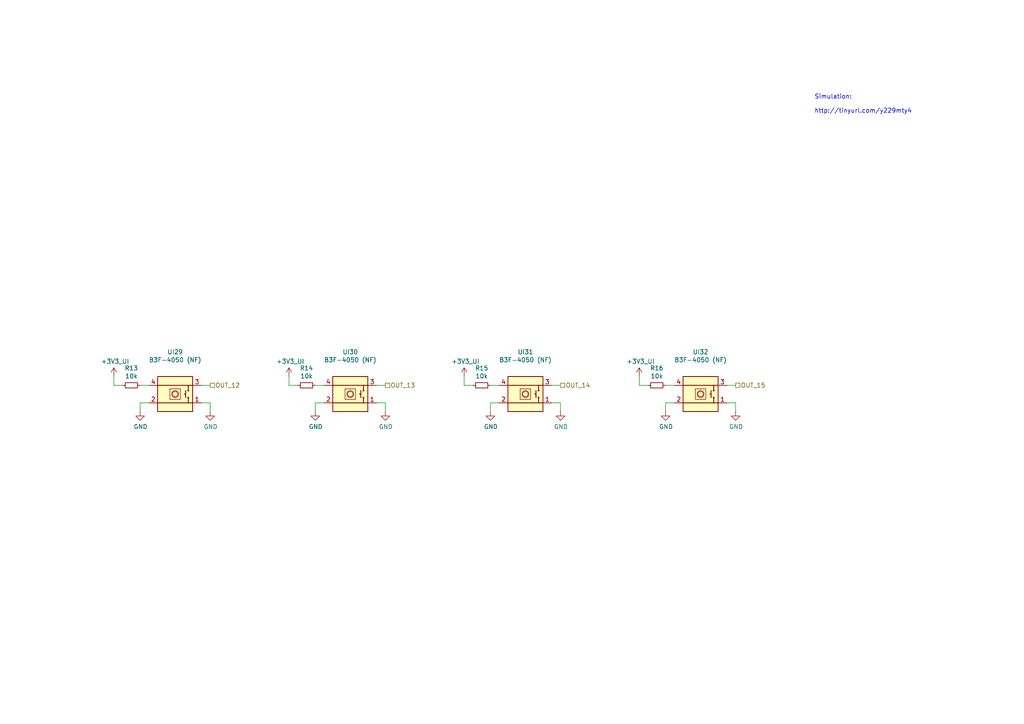
<source format=kicad_sch>
(kicad_sch (version 20211123) (generator eeschema)
  (paper "A4")
  (lib_symbols
    (symbol "power:GND" (power) (pin_names (offset 0))
      (property "Value" "GND" (at 0 -3.81 0))
      (symbol "GND_0_1"
        (polyline (pts (xy 0 0) (xy 0 -1.27) (xy 1.27 -1.27) (xy 0 -2.54) (xy -1.27 -1.27) (xy 0 -1.27)))
      )
      (symbol "GND_1_1"
        (pin power_in line (at 0 0 270) (length 0) hide (name "GND") (number "1"))
      )
    )
    (symbol "suku_basics:+3V3_UI" (power) (pin_names (offset 0))
      (property "Value" "+3V3_UI" (at 0 3.556 0))
      (symbol "+3V3_UI_0_1"
        (polyline (pts (xy -0.762 1.27) (xy 0 2.54)))
        (polyline (pts (xy 0 0) (xy 0 2.54)))
        (polyline (pts (xy 0 2.54) (xy 0.762 1.27)))
      )
      (symbol "+3V3_UI_1_1"
        (pin power_in line (at 0 0 90) (length 0) hide (name "+3V3_UI") (number "1"))
      )
    )
    (symbol "suku_basics:RES" (pin_numbers hide) (pin_names (offset 0.254) hide)
      (property "Reference" "R" (at 0.762 0.508 0))
      (property "Value" "RES" (at 0.762 -1.016 0))
      (symbol "RES_1_1"
        (rectangle (start -0.762 1.778) (end 0.762 -1.778) (stroke (width 0.2032)))
        (pin passive line (at 0 2.54 270) (length 0.762) (name "~") (number "1"))
        (pin passive line (at 0 -2.54 90) (length 0.762) (name "~") (number "2"))
      )
    )
    (symbol "suku_basics:UI_Pushbutton_Omron" (pin_names (offset 0.254) hide)
      (property "Reference" "UI" (at 0 11.684 0))
      (property "Value" "UI_Pushbutton_Omron" (at 0 -11.684 0))
      (symbol "UI_Pushbutton_Omron_0_1"
        (rectangle (start -5.08 5.08) (end 5.08 -5.08) (stroke (width 0.254)) (fill (type background)))
        (rectangle (start -1.524 1.524) (end 1.524 -1.524))
        (polyline (pts (xy 3.048 0) (xy 2.667 0)) (stroke (width 0.254)))
        (polyline (pts (xy 3.048 1.016) (xy 3.048 -1.016)) (stroke (width 0.254)))
        (polyline (pts (xy 5.08 -2.54) (xy 3.81 -2.54) (xy 3.81 -1.016)) (stroke (width 0.254)))
        (polyline (pts (xy 5.08 2.54) (xy 3.81 2.54) (xy 3.81 1.016)) (stroke (width 0.254)))
        (circle (center 0 0) (radius 0.762))
        (circle (center 0 0) (radius 1.016))
        (circle (center 3.81 -1.016) (radius 0.127) (stroke (width 0.254)))
        (circle (center 3.81 1.016) (radius 0.127) (stroke (width 0.254)))
      )
      (symbol "UI_Pushbutton_Omron_1_1"
        (polyline (pts (xy 3.81 -2.54) (xy 3.048 -2.54) (xy -5.08 -2.54)) (stroke (width 0.254)))
        (polyline (pts (xy 3.81 2.54) (xy 3.048 2.54) (xy -5.08 2.54)) (stroke (width 0.254)))
        (pin passive line (at 7.62 -2.54 180) (length 2.54) (name "1") (number "1"))
        (pin passive line (at -7.62 -2.54 0) (length 2.54) (name "2") (number "2"))
        (pin passive line (at 7.62 2.54 180) (length 2.54) (name "3") (number "3"))
        (pin passive line (at -7.62 2.54 0) (length 2.54) (name "4") (number "4"))
        (pin no_connect line (at 0 -7.62 90) (length 2.54) hide (name "5") (number "5"))
        (pin no_connect line (at 0 7.62 270) (length 2.54) hide (name "6") (number "6"))
      )
    )
  )
  (wire (pts (xy 193.04 111.76) (xy 195.58 111.76)))
  (wire (pts (xy 40.64 116.84) (xy 43.18 116.84)))
  (wire (pts (xy 40.64 119.38) (xy 40.64 116.84)))
  (wire (pts (xy 33.02 111.76) (xy 35.56 111.76)))
  (wire (pts (xy 193.04 119.38) (xy 193.04 116.84)))
  (wire (pts (xy 83.82 111.76) (xy 83.82 109.22)))
  (wire (pts (xy 213.36 116.84) (xy 210.82 116.84)))
  (wire (pts (xy 60.96 116.84) (xy 58.42 116.84)))
  (wire (pts (xy 111.76 116.84) (xy 109.22 116.84)))
  (wire (pts (xy 160.02 111.76) (xy 162.56 111.76)))
  (wire (pts (xy 162.56 119.38) (xy 162.56 116.84)))
  (wire (pts (xy 142.24 116.84) (xy 144.78 116.84)))
  (wire (pts (xy 43.18 111.76) (xy 40.64 111.76)))
  (wire (pts (xy 91.44 119.38) (xy 91.44 116.84)))
  (wire (pts (xy 185.42 111.76) (xy 187.96 111.76)))
  (wire (pts (xy 91.44 111.76) (xy 93.98 111.76)))
  (wire (pts (xy 58.42 111.76) (xy 60.96 111.76)))
  (wire (pts (xy 33.02 109.22) (xy 33.02 111.76)))
  (wire (pts (xy 109.22 111.76) (xy 111.76 111.76)))
  (wire (pts (xy 83.82 111.76) (xy 86.36 111.76)))
  (wire (pts (xy 144.78 111.76) (xy 142.24 111.76)))
  (wire (pts (xy 111.76 119.38) (xy 111.76 116.84)))
  (wire (pts (xy 60.96 119.38) (xy 60.96 116.84)))
  (wire (pts (xy 91.44 116.84) (xy 93.98 116.84)))
  (wire (pts (xy 185.42 111.76) (xy 185.42 109.22)))
  (wire (pts (xy 193.04 116.84) (xy 195.58 116.84)))
  (wire (pts (xy 142.24 119.38) (xy 142.24 116.84)))
  (wire (pts (xy 213.36 119.38) (xy 213.36 116.84)))
  (wire (pts (xy 134.62 109.22) (xy 134.62 111.76)))
  (wire (pts (xy 162.56 116.84) (xy 160.02 116.84)))
  (wire (pts (xy 134.62 111.76) (xy 137.16 111.76)))
  (wire (pts (xy 210.82 111.76) (xy 213.36 111.76)))
  (text "Simulation:\n\nhttp://tinyurl.com/y229mty4" (at 236.22 33.02 0) (effects (font (size 1.27 1.27)) (justify left bottom)))
  (hierarchical_label "OUT_13" (shape passive) (at 111.76 111.76 0))
  (hierarchical_label "OUT_12" (shape passive) (at 60.96 111.76 0))
  (hierarchical_label "OUT_14" (shape passive) (at 162.56 111.76 0))
  (hierarchical_label "OUT_15" (shape passive) (at 213.36 111.76 0))
  (symbol (lib_id "suku_basics:UI_Pushbutton_Omron") (at 50.8 114.3 0) (unit 1)
    (property "Reference" "UI29" (at 50.8 102.0826 0))
    (property "Value" "B3F-4050 (NF)" (at 50.8 104.394 0))
    (property "Footprint" "suku_basics:UI_BUTTON_OMRON" (effects hide))
  )
  (symbol (lib_id "suku_basics:UI_Pushbutton_Omron") (at 101.6 114.3 0) (unit 1)
    (property "Reference" "UI30" (at 101.6 102.0826 0))
    (property "Value" "B3F-4050 (NF)" (at 101.6 104.394 0))
    (property "Footprint" "suku_basics:UI_BUTTON_OMRON" (effects hide))
  )
  (symbol (lib_id "suku_basics:UI_Pushbutton_Omron") (at 152.4 114.3 0) (unit 1)
    (property "Reference" "UI31" (at 152.4 102.0826 0))
    (property "Value" "B3F-4050 (NF)" (at 152.4 104.394 0))
    (property "Footprint" "suku_basics:UI_BUTTON_OMRON" (effects hide))
  )
  (symbol (lib_id "suku_basics:UI_Pushbutton_Omron") (at 203.2 114.3 0) (unit 1)
    (property "Reference" "UI32" (at 203.2 102.0826 0))
    (property "Value" "B3F-4050 (NF)" (at 203.2 104.394 0))
    (property "Footprint" "suku_basics:UI_BUTTON_OMRON" (effects hide))
  )
  (symbol (lib_id "suku_basics:+3V3_UI") (at 33.02 109.22 0) (unit 1)
    (property "Reference" "#PWR0117" (effects hide))
    (property "Value" "+3V3_UI" (at 33.401 104.8258 0))
  )
  (symbol (lib_id "power:GND") (at 40.64 119.38 0) (unit 1)
    (property "Reference" "#PWR0121" (effects hide))
    (property "Value" "GND" (at 40.767 123.7742 0))
  )
  (symbol (lib_id "power:GND") (at 60.96 119.38 0) (unit 1)
    (property "Reference" "#PWR0122" (effects hide))
    (property "Value" "GND" (at 61.087 123.7742 0))
  )
  (symbol (lib_id "suku_basics:RES") (at 38.1 111.76 270) (unit 1)
    (property "Reference" "R13" (at 38.1 106.7816 90))
    (property "Value" "10k" (at 38.1 109.093 90))
    (property "Footprint" "suku_basics:RES_0805" (effects hide))
  )
  (symbol (lib_id "suku_basics:+3V3_UI") (at 83.82 109.22 0) (unit 1)
    (property "Reference" "#PWR0118" (effects hide))
    (property "Value" "+3V3_UI" (at 84.201 104.8258 0))
  )
  (symbol (lib_id "power:GND") (at 91.44 119.38 0) (unit 1)
    (property "Reference" "#PWR0123" (effects hide))
    (property "Value" "GND" (at 91.567 123.7742 0))
  )
  (symbol (lib_id "power:GND") (at 111.76 119.38 0) (unit 1)
    (property "Reference" "#PWR0124" (effects hide))
    (property "Value" "GND" (at 111.887 123.7742 0))
  )
  (symbol (lib_id "suku_basics:RES") (at 88.9 111.76 270) (unit 1)
    (property "Reference" "R14" (at 88.9 106.7816 90))
    (property "Value" "10k" (at 88.9 109.093 90))
    (property "Footprint" "suku_basics:RES_0805" (effects hide))
  )
  (symbol (lib_id "suku_basics:+3V3_UI") (at 134.62 109.22 0) (unit 1)
    (property "Reference" "#PWR0119" (effects hide))
    (property "Value" "+3V3_UI" (at 135.001 104.8258 0))
  )
  (symbol (lib_id "power:GND") (at 142.24 119.38 0) (unit 1)
    (property "Reference" "#PWR0125" (effects hide))
    (property "Value" "GND" (at 142.367 123.7742 0))
  )
  (symbol (lib_id "power:GND") (at 162.56 119.38 0) (unit 1)
    (property "Reference" "#PWR0126" (effects hide))
    (property "Value" "GND" (at 162.687 123.7742 0))
  )
  (symbol (lib_id "suku_basics:RES") (at 139.7 111.76 270) (unit 1)
    (property "Reference" "R15" (at 139.7 106.7816 90))
    (property "Value" "10k" (at 139.7 109.093 90))
    (property "Footprint" "suku_basics:RES_0805" (effects hide))
  )
  (symbol (lib_id "suku_basics:+3V3_UI") (at 185.42 109.22 0) (unit 1)
    (property "Reference" "#PWR0120" (effects hide))
    (property "Value" "+3V3_UI" (at 185.801 104.8258 0))
  )
  (symbol (lib_id "power:GND") (at 193.04 119.38 0) (unit 1)
    (property "Reference" "#PWR0127" (effects hide))
    (property "Value" "GND" (at 193.167 123.7742 0))
  )
  (symbol (lib_id "power:GND") (at 213.36 119.38 0) (unit 1)
    (property "Reference" "#PWR0128" (effects hide))
    (property "Value" "GND" (at 213.487 123.7742 0))
  )
  (symbol (lib_id "suku_basics:RES") (at 190.5 111.76 270) (unit 1)
    (property "Reference" "R16" (at 190.5 106.7816 90))
    (property "Value" "10k" (at 190.5 109.093 90))
    (property "Footprint" "suku_basics:RES_0805" (effects hide))
  )
)
</source>
